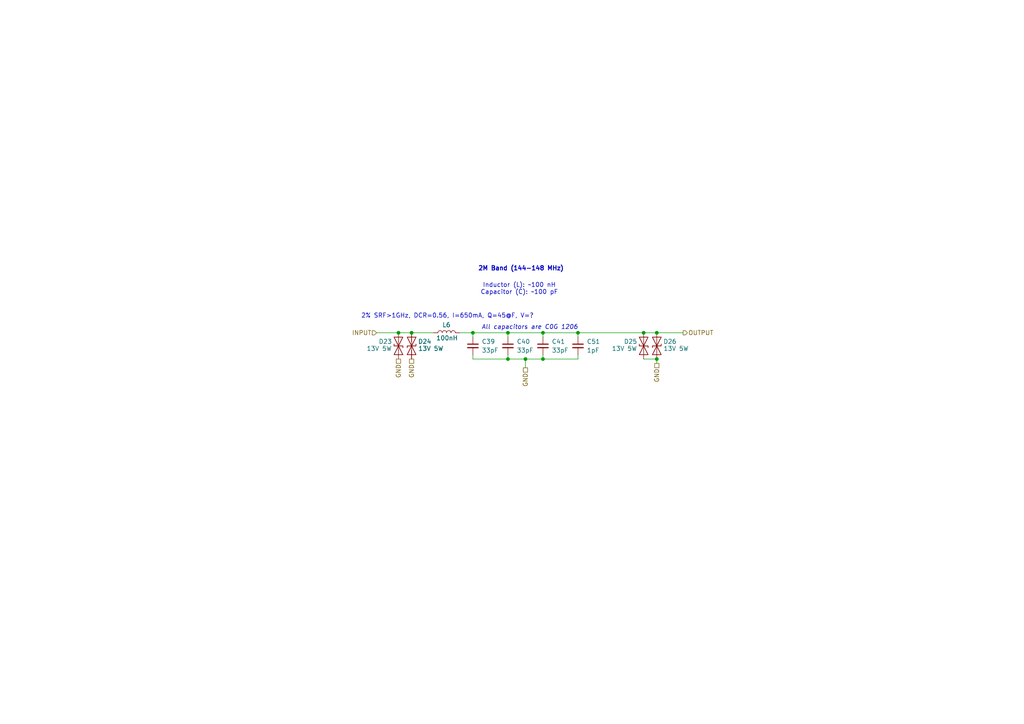
<source format=kicad_sch>
(kicad_sch (version 20231120) (generator "eeschema") (generator_version "8.0")
  (paper "A4")
  (lib_symbols
    (symbol "Device:C_Small" (pin_numbers hide) (pin_names (offset 0.254) hide)
      (property "Reference" "C" (at 0.254 1.778 0))
      (property "Value" "C_Small" (at 0.254 -2.032 0))
      (symbol "C_Small_0_1"
        (polyline (pts (xy -1.524 -0.508) (xy 1.524 -0.508)) (stroke (width 0.3302)))
        (polyline (pts (xy -1.524 0.508) (xy 1.524 0.508)) (stroke (width 0.3048)))
      )
      (symbol "C_Small_1_1"
        (pin passive line (at 0 2.54 270) (length 2.032) (name "~") (number "1"))
        (pin passive line (at 0 -2.54 90) (length 2.032) (name "~") (number "2"))
      )
    )
    (symbol "Device:L" (pin_numbers hide) (pin_names (offset 1.016) hide)
      (property "Reference" "L" (at -1.27 0 90))
      (property "Value" "L" (at 1.905 0 90))
      (symbol "L_0_1"
        (arc (start 0 -2.54) (mid 0.6323 -1.905) (end 0 -1.27))
        (arc (start 0 -1.27) (mid 0.6323 -0.635) (end 0 0))
        (arc (start 0 0) (mid 0.6323 0.635) (end 0 1.27))
        (arc (start 0 1.27) (mid 0.6323 1.905) (end 0 2.54))
      )
      (symbol "L_1_1"
        (pin passive line (at 0 3.81 270) (length 1.27) (name "1") (number "1"))
        (pin passive line (at 0 -3.81 90) (length 1.27) (name "2") (number "2"))
      )
    )
    (symbol "Diode:SD15_SOD323" (pin_numbers hide) (pin_names (offset 1.016) hide)
      (property "Reference" "D" (at 0 2.54 0))
      (property "Value" "SD15_SOD323" (at 0 -2.54 0))
      (symbol "SD15_SOD323_0_1"
        (polyline (pts (xy 1.27 0) (xy -1.27 0)))
        (polyline (pts (xy -2.54 -1.27) (xy 0 0) (xy -2.54 1.27) (xy -2.54 -1.27)) (stroke (width 0.2032)))
        (polyline (pts (xy 0.508 1.27) (xy 0 1.27) (xy 0 -1.27) (xy -0.508 -1.27)) (stroke (width 0.2032)))
        (polyline (pts (xy 2.54 1.27) (xy 2.54 -1.27) (xy 0 0) (xy 2.54 1.27)) (stroke (width 0.2032)))
      )
      (symbol "SD15_SOD323_1_1"
        (pin passive line (at -3.81 0 0) (length 2.54) (name "A1") (number "1"))
        (pin passive line (at 3.81 0 180) (length 2.54) (name "A2") (number "2"))
      )
    )
  )
  (junction (at 147.32 96.52))
  (junction (at 119.38 96.52))
  (junction (at 152.4 104.14))
  (junction (at 190.5 96.52))
  (junction (at 157.48 104.14))
  (junction (at 167.64 96.52))
  (junction (at 147.32 104.14))
  (junction (at 190.5 104.14))
  (junction (at 137.16 96.52))
  (junction (at 157.48 96.52))
  (junction (at 186.69 96.52))
  (junction (at 115.57 96.52))
  (wire (pts (xy 137.16 96.52) (xy 147.32 96.52)))
  (wire (pts (xy 147.32 96.52) (xy 157.48 96.52)))
  (wire (pts (xy 186.69 96.52) (xy 190.5 96.52)))
  (wire (pts (xy 157.48 102.87) (xy 157.48 104.14)))
  (wire (pts (xy 119.38 96.52) (xy 125.73 96.52)))
  (wire (pts (xy 152.4 104.14) (xy 157.48 104.14)))
  (wire (pts (xy 167.64 104.14) (xy 167.64 102.87)))
  (wire (pts (xy 167.64 96.52) (xy 186.69 96.52)))
  (wire (pts (xy 137.16 102.87) (xy 137.16 104.14)))
  (wire (pts (xy 186.69 104.14) (xy 190.5 104.14)))
  (wire (pts (xy 147.32 102.87) (xy 147.32 104.14)))
  (wire (pts (xy 147.32 104.14) (xy 152.4 104.14)))
  (wire (pts (xy 157.48 104.14) (xy 167.64 104.14)))
  (wire (pts (xy 152.4 104.14) (xy 152.4 106.68)))
  (wire (pts (xy 109.22 96.52) (xy 115.57 96.52)))
  (wire (pts (xy 137.16 104.14) (xy 147.32 104.14)))
  (wire (pts (xy 133.35 96.52) (xy 137.16 96.52)))
  (wire (pts (xy 157.48 96.52) (xy 157.48 97.79)))
  (wire (pts (xy 190.5 96.52) (xy 198.12 96.52)))
  (wire (pts (xy 147.32 96.52) (xy 147.32 97.79)))
  (wire (pts (xy 167.64 96.52) (xy 167.64 97.79)))
  (wire (pts (xy 137.16 96.52) (xy 137.16 97.79)))
  (wire (pts (xy 190.5 104.14) (xy 190.5 105.41)))
  (wire (pts (xy 115.57 96.52) (xy 119.38 96.52)))
  (wire (pts (xy 157.48 96.52) (xy 167.64 96.52)))
  (text "Inductor (L): ~100 nH\nCapacitor (C): ~100 pF" (at 150.622 83.82 0) (effects (font (size 1.27 1.27))))
  (text "2M Band (144-148 MHz)" (at 151.13 77.978 0) (effects (font (size 1.27 1.27) (thickness 0.254) (bold yes))))
  (text "2% SRF>1GHz, DCR=0.56, I=650mA, Q=45@F, V=?" (at 129.794 91.694 0) (effects (font (size 1.27 1.27))))
  (text "All capacitors are C0G 1206" (at 153.67 94.996 0) (effects (font (size 1.27 1.27) (italic yes))))
  (hierarchical_label "GND" (shape passive) (at 152.4 106.68 270))
  (hierarchical_label "GND" (shape passive) (at 119.38 104.14 270))
  (hierarchical_label "GND" (shape passive) (at 115.57 104.14 270))
  (hierarchical_label "OUTPUT" (shape output) (at 198.12 96.52 0))
  (hierarchical_label "GND" (shape passive) (at 190.5 105.41 270))
  (hierarchical_label "INPUT" (shape input) (at 109.22 96.52 180))
  (symbol (lib_id "Device:C_Small") (at 147.32 100.33 0) (unit 1)
    (property "Reference" "C40" (at 149.86 99.0662 0) (effects (justify left)))
    (property "Value" "33pF" (at 149.86 101.6062 0) (effects (justify left)))
    (property "Footprint" "Capacitor_SMD:C_1206_3216Metric" (effects (hide yes)))
    (property "Datasheet" "https://wmsc.lcsc.com/wmsc/upload/file/pdf/v2/lcsc/2304140030_Murata-Electronics-GRM31A5C2J330JW01D_C415521.pdf" (effects (hide yes)))
    (property "Description" "630V 33pF C0G ±5% 1206 Multilayer Ceramic Capacitors MLCC - SMD/SMT ROHS" (effects (hide yes)))
    (property "LCSC Part #" "C415521" (effects (hide yes)))
    (property "MPN" "GRM31A5C2J330JW01D" (effects (hide yes)))
    (property "Manufacturer" "Murata" (effects (hide yes)))
  )
  (symbol (lib_id "Device:C_Small") (at 167.64 100.33 0) (unit 1)
    (property "Reference" "C51" (at 170.18 99.0662 0) (effects (justify left)))
    (property "Value" "1pF" (at 170.18 101.6062 0) (effects (justify left)))
    (property "Footprint" "Capacitor_SMD:C_1206_3216Metric" (effects (hide yes)))
    (property "Datasheet" "https://wmsc.lcsc.com/wmsc/upload/file/pdf/v2/lcsc/2304140030_FH--Guangdong-Fenghua-Advanced-Tech-1206CG1R0C500NT_C1891.pdf" (effects (hide yes)))
    (property "Description" "Unpolarized capacitor, small symbol" (effects (hide yes)))
    (property "LCSC Part #" "C1891" (effects (hide yes)))
    (property "MPN" "1206CG1R0C500NT" (effects (hide yes)))
    (property "Manufacturer" "Fenghua" (effects (hide yes)))
  )
  (symbol (lib_id "Diode:SD15_SOD323") (at 190.5 100.33 270) (mirror x) (unit 1)
    (property "Reference" "D26" (at 194.31 99.06 90))
    (property "Value" "13V 5W" (at 196.088 101.092 90))
    (property "Footprint" "Diode_SMD:D_0603_1608Metric" (effects (hide yes)))
    (property "Datasheet" "https://wmsc.lcsc.com/wmsc/upload/file/pdf/v2/lcsc/1912111437_DOWO-SMB5350B_C284082.pdf" (effects (hide yes)))
    (property "Description" "Independent Type 5W 13V SMB(DO-214AA) Zener Diodes ROHS" (effects (hide yes)))
    (property "LCSC Part #" "C284082" (effects (hide yes)))
    (property "MPN" "SMB5350B" (effects (hide yes)))
    (property "Manufacturer" "DOWO" (effects (hide yes)))
  )
  (symbol (lib_id "Diode:SD15_SOD323") (at 115.57 100.33 90) (unit 1)
    (property "Reference" "D23" (at 111.76 99.06 90))
    (property "Value" "13V 5W" (at 109.982 101.092 90))
    (property "Footprint" "Diode_SMD:D_0603_1608Metric" (effects (hide yes)))
    (property "Datasheet" "https://wmsc.lcsc.com/wmsc/upload/file/pdf/v2/lcsc/1912111437_DOWO-SMB5350B_C284082.pdf" (effects (hide yes)))
    (property "Description" "Independent Type 5W 13V SMB(DO-214AA) Zener Diodes ROHS" (effects (hide yes)))
    (property "LCSC Part #" "C284082" (effects (hide yes)))
    (property "MPN" "SMB5350B" (effects (hide yes)))
    (property "Manufacturer" "DOWO" (effects (hide yes)))
  )
  (symbol (lib_id "Diode:SD15_SOD323") (at 186.69 100.33 90) (unit 1)
    (property "Reference" "D25" (at 182.88 99.06 90))
    (property "Value" "13V 5W" (at 181.102 101.092 90))
    (property "Footprint" "Diode_SMD:D_0603_1608Metric" (effects (hide yes)))
    (property "Datasheet" "https://wmsc.lcsc.com/wmsc/upload/file/pdf/v2/lcsc/1912111437_DOWO-SMB5350B_C284082.pdf" (effects (hide yes)))
    (property "Description" "Independent Type 5W 13V SMB(DO-214AA) Zener Diodes ROHS" (effects (hide yes)))
    (property "LCSC Part #" "C284082" (effects (hide yes)))
    (property "MPN" "SMB5350B" (effects (hide yes)))
    (property "Manufacturer" "DOWO" (effects (hide yes)))
  )
  (symbol (lib_id "Diode:SD15_SOD323") (at 119.38 100.33 270) (mirror x) (unit 1)
    (property "Reference" "D24" (at 123.19 99.06 90))
    (property "Value" "13V 5W" (at 124.968 101.092 90))
    (property "Footprint" "Diode_SMD:D_0603_1608Metric" (effects (hide yes)))
    (property "Datasheet" "https://wmsc.lcsc.com/wmsc/upload/file/pdf/v2/lcsc/1912111437_DOWO-SMB5350B_C284082.pdf" (effects (hide yes)))
    (property "Description" "Independent Type 5W 13V SMB(DO-214AA) Zener Diodes ROHS" (effects (hide yes)))
    (property "LCSC Part #" "C284082" (effects (hide yes)))
    (property "MPN" "SMB5350B" (effects (hide yes)))
    (property "Manufacturer" "DOWO" (effects (hide yes)))
  )
  (symbol (lib_id "Device:L") (at 129.54 96.52 90) (unit 1)
    (property "Reference" "L6" (at 128.27 94.234 90) (effects (justify right)))
    (property "Value" "100nH" (at 126.492 98.044 90) (effects (justify right)))
    (property "Footprint" "Inductor_SMD:L_1008_2520Metric" (effects (hide yes)))
    (property "Datasheet" "https://wmsc.lcsc.com/wmsc/upload/file/pdf/v2/lcsc/2304140030_PSA-Prosperity-Dielectrics-FEC1008CP-R10G-LRH_C346437.pdf" (effects (hide yes)))
    (property "Description" "650mA 100nH ±2% 560mΩ 1008 Inductors (SMD) ROHS" (effects (hide yes)))
    (property "Notes" "For 2M band, 144-148MHz." (effects (hide yes)))
    (property "LCSC Part #" "C346437" (effects (hide yes)))
    (property "MPN" "FEC1008CP-R10G-LRH" (effects (hide yes)))
    (property "Manufacturer" "Prosperity" (effects (hide yes)))
  )
  (symbol (lib_id "Device:C_Small") (at 137.16 100.33 0) (unit 1)
    (property "Reference" "C39" (at 139.7 99.0662 0) (effects (justify left)))
    (property "Value" "33pF" (at 139.7 101.6062 0) (effects (justify left)))
    (property "Footprint" "Capacitor_SMD:C_1206_3216Metric" (effects (hide yes)))
    (property "Datasheet" "https://wmsc.lcsc.com/wmsc/upload/file/pdf/v2/lcsc/2304140030_Murata-Electronics-GRM31A5C2J330JW01D_C415521.pdf" (effects (hide yes)))
    (property "Description" "630V 33pF C0G ±5% 1206 Multilayer Ceramic Capacitors MLCC - SMD/SMT ROHS" (effects (hide yes)))
    (property "LCSC Part #" "C415521" (effects (hide yes)))
    (property "MPN" "GRM31A5C2J330JW01D" (effects (hide yes)))
    (property "Manufacturer" "Murata" (effects (hide yes)))
  )
  (symbol (lib_id "Device:C_Small") (at 157.48 100.33 0) (unit 1)
    (property "Reference" "C41" (at 160.02 99.0662 0) (effects (justify left)))
    (property "Value" "33pF" (at 160.02 101.6062 0) (effects (justify left)))
    (property "Footprint" "Capacitor_SMD:C_1206_3216Metric" (effects (hide yes)))
    (property "Datasheet" "https://wmsc.lcsc.com/wmsc/upload/file/pdf/v2/lcsc/2304140030_Murata-Electronics-GRM31A5C2J330JW01D_C415521.pdf" (effects (hide yes)))
    (property "Description" "630V 33pF C0G ±5% 1206 Multilayer Ceramic Capacitors MLCC - SMD/SMT ROHS" (effects (hide yes)))
    (property "LCSC Part #" "C415521" (effects (hide yes)))
    (property "MPN" "GRM31A5C2J330JW01D" (effects (hide yes)))
    (property "Manufacturer" "Murata" (effects (hide yes)))
  )
)
</source>
